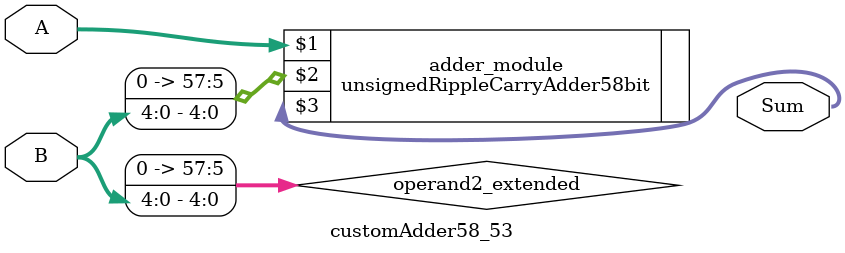
<source format=v>
module customAdder58_53(
                        input [57 : 0] A,
                        input [4 : 0] B,
                        
                        output [58 : 0] Sum
                );

        wire [57 : 0] operand2_extended;
        
        assign operand2_extended =  {53'b0, B};
        
        unsignedRippleCarryAdder58bit adder_module(
            A,
            operand2_extended,
            Sum
        );
        
        endmodule
        
</source>
